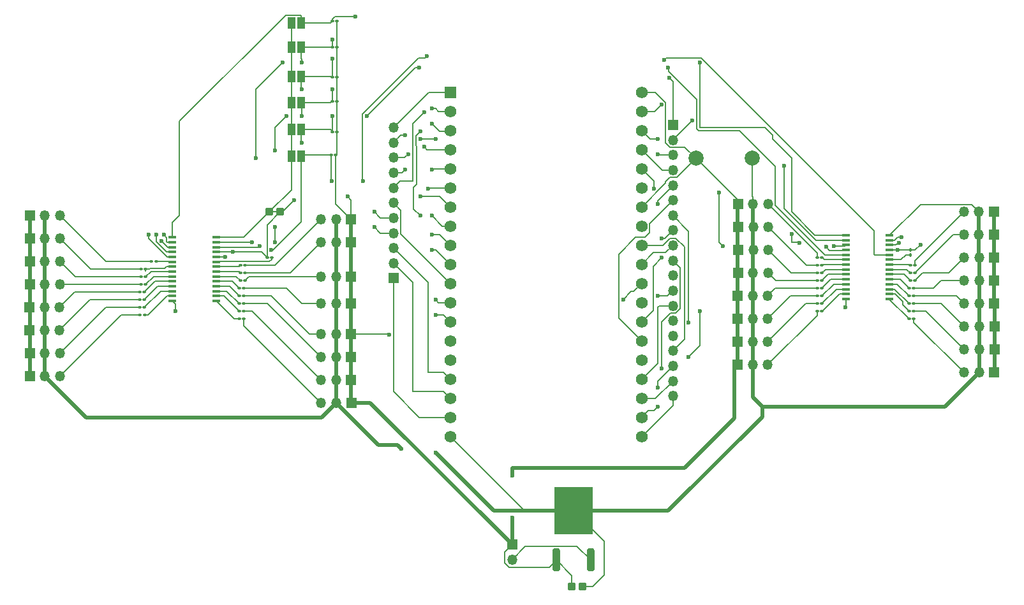
<source format=gbr>
%TF.GenerationSoftware,KiCad,Pcbnew,8.0.5*%
%TF.CreationDate,2024-11-24T13:45:08+01:00*%
%TF.ProjectId,navrh03,6e617672-6830-4332-9e6b-696361645f70,rev?*%
%TF.SameCoordinates,Original*%
%TF.FileFunction,Copper,L1,Top*%
%TF.FilePolarity,Positive*%
%FSLAX46Y46*%
G04 Gerber Fmt 4.6, Leading zero omitted, Abs format (unit mm)*
G04 Created by KiCad (PCBNEW 8.0.5) date 2024-11-24 13:45:08*
%MOMM*%
%LPD*%
G01*
G04 APERTURE LIST*
G04 Aperture macros list*
%AMRoundRect*
0 Rectangle with rounded corners*
0 $1 Rounding radius*
0 $2 $3 $4 $5 $6 $7 $8 $9 X,Y pos of 4 corners*
0 Add a 4 corners polygon primitive as box body*
4,1,4,$2,$3,$4,$5,$6,$7,$8,$9,$2,$3,0*
0 Add four circle primitives for the rounded corners*
1,1,$1+$1,$2,$3*
1,1,$1+$1,$4,$5*
1,1,$1+$1,$6,$7*
1,1,$1+$1,$8,$9*
0 Add four rect primitives between the rounded corners*
20,1,$1+$1,$2,$3,$4,$5,0*
20,1,$1+$1,$4,$5,$6,$7,0*
20,1,$1+$1,$6,$7,$8,$9,0*
20,1,$1+$1,$8,$9,$2,$3,0*%
G04 Aperture macros list end*
%TA.AperFunction,SMDPad,CuDef*%
%ADD10R,1.000000X1.500000*%
%TD*%
%TA.AperFunction,ComponentPad*%
%ADD11R,1.350000X1.350000*%
%TD*%
%TA.AperFunction,ComponentPad*%
%ADD12O,1.350000X1.350000*%
%TD*%
%TA.AperFunction,SMDPad,CuDef*%
%ADD13RoundRect,0.250000X-0.287500X-0.275000X0.287500X-0.275000X0.287500X0.275000X-0.287500X0.275000X0*%
%TD*%
%TA.AperFunction,SMDPad,CuDef*%
%ADD14RoundRect,0.100000X0.130000X0.100000X-0.130000X0.100000X-0.130000X-0.100000X0.130000X-0.100000X0*%
%TD*%
%TA.AperFunction,SMDPad,CuDef*%
%ADD15RoundRect,0.100000X-0.130000X-0.100000X0.130000X-0.100000X0.130000X0.100000X-0.130000X0.100000X0*%
%TD*%
%TA.AperFunction,SMDPad,CuDef*%
%ADD16RoundRect,0.100000X-0.100000X0.130000X-0.100000X-0.130000X0.100000X-0.130000X0.100000X0.130000X0*%
%TD*%
%TA.AperFunction,SMDPad,CuDef*%
%ADD17R,0.990600X0.304800*%
%TD*%
%TA.AperFunction,SMDPad,CuDef*%
%ADD18RoundRect,0.250000X0.287500X0.275000X-0.287500X0.275000X-0.287500X-0.275000X0.287500X-0.275000X0*%
%TD*%
%TA.AperFunction,ComponentPad*%
%ADD19C,2.000000*%
%TD*%
%TA.AperFunction,SMDPad,CuDef*%
%ADD20RoundRect,0.242500X-0.242500X-1.267500X0.242500X-1.267500X0.242500X1.267500X-0.242500X1.267500X0*%
%TD*%
%TA.AperFunction,SMDPad,CuDef*%
%ADD21R,5.090000X6.320000*%
%TD*%
%TA.AperFunction,ComponentPad*%
%ADD22R,1.560000X1.560000*%
%TD*%
%TA.AperFunction,ComponentPad*%
%ADD23C,1.560000*%
%TD*%
%TA.AperFunction,ViaPad*%
%ADD24C,0.600000*%
%TD*%
%TA.AperFunction,Conductor*%
%ADD25C,0.200000*%
%TD*%
%TA.AperFunction,Conductor*%
%ADD26C,0.500000*%
%TD*%
G04 APERTURE END LIST*
D10*
%TO.P,JP3,1,A*%
%TO.N,GND*%
X117022000Y-55149000D03*
%TO.P,JP3,2,B*%
%TO.N,A2*%
X118322000Y-55149000D03*
%TD*%
D11*
%TO.P,J2,1,Pin_1*%
%TO.N,GND*%
X146304000Y-117364000D03*
D12*
%TO.P,J2,2,Pin_2*%
%TO.N,Net-(J2-Pin_2)*%
X146304000Y-119364000D03*
%TD*%
D11*
%TO.P,J13R1,1,Pin_1*%
%TO.N,GND*%
X176276000Y-81280000D03*
D12*
%TO.P,J13R1,2,Pin_2*%
%TO.N,5.0V*%
X178276000Y-81280000D03*
%TO.P,J13R1,3,Pin_3*%
%TO.N,Net-(J13R1-Pin_3)*%
X180276000Y-81280000D03*
%TD*%
D13*
%TO.P,C2,1*%
%TO.N,GND*%
X114095500Y-73152000D03*
%TO.P,C2,2*%
X115520500Y-73152000D03*
%TD*%
D14*
%TO.P,R34,1*%
%TO.N,PWM1B*%
X97668000Y-80772000D03*
%TO.P,R34,2*%
%TO.N,Net-(J21-Pin_3)*%
X97028000Y-80772000D03*
%TD*%
D15*
%TO.P,R30,1*%
%TO.N,PWM13B*%
X110261000Y-82296000D03*
%TO.P,R30,2*%
%TO.N,Net-(J17-Pin_3)*%
X110901000Y-82296000D03*
%TD*%
%TO.P,R2,1*%
%TO.N,GND*%
X113792000Y-79248000D03*
%TO.P,R2,2*%
%TO.N,Net-(U1-Left1-#OE)*%
X114432000Y-79248000D03*
%TD*%
D11*
%TO.P,J24,1,Pin_1*%
%TO.N,GND*%
X82264000Y-85852000D03*
D12*
%TO.P,J24,2,Pin_2*%
%TO.N,5.0V*%
X84264000Y-85852000D03*
%TO.P,J24,3,Pin_3*%
%TO.N,Net-(J24-Pin_3)*%
X86264000Y-85852000D03*
%TD*%
D15*
%TO.P,R25,1*%
%TO.N,PWM8B*%
X110079000Y-87376000D03*
%TO.P,R25,2*%
%TO.N,Net-(J12-Pin_3)*%
X110719000Y-87376000D03*
%TD*%
%TO.P,R6,1*%
%TO.N,A2*%
X122453000Y-55308000D03*
%TO.P,R6,2*%
%TO.N,GND*%
X123093000Y-55308000D03*
%TD*%
D11*
%TO.P,J15R1,1,Pin_1*%
%TO.N,GND*%
X176244000Y-87376000D03*
D12*
%TO.P,J15R1,2,Pin_2*%
%TO.N,5.0V*%
X178244000Y-87376000D03*
%TO.P,J15R1,3,Pin_3*%
%TO.N,Net-(J15R1-Pin_3)*%
X180244000Y-87376000D03*
%TD*%
D15*
%TO.P,R15,1*%
%TO.N,PWM14*%
X199161000Y-81280000D03*
%TO.P,R15,2*%
%TO.N,Net-(J10-Pin_3)*%
X199801000Y-81280000D03*
%TD*%
%TO.P,R3,1*%
%TO.N,A5*%
X122290000Y-65560000D03*
%TO.P,R3,2*%
%TO.N,GND*%
X122930000Y-65560000D03*
%TD*%
D14*
%TO.P,R22,1*%
%TO.N,PWM5*%
X187427000Y-84328000D03*
%TO.P,R22,2*%
%TO.N,Net-(J15R1-Pin_3)*%
X186787000Y-84328000D03*
%TD*%
D15*
%TO.P,R7,1*%
%TO.N,A1*%
X122453000Y-51308000D03*
%TO.P,R7,2*%
%TO.N,GND*%
X123093000Y-51308000D03*
%TD*%
D14*
%TO.P,R23,1*%
%TO.N,PWM6*%
X187427000Y-85344000D03*
%TO.P,R23,2*%
%TO.N,Net-(J16R1-Pin_3)*%
X186787000Y-85344000D03*
%TD*%
D11*
%TO.P,J19,1,Pin_1*%
%TO.N,GND*%
X124936000Y-74168000D03*
D12*
%TO.P,J19,2,Pin_2*%
%TO.N,5.0V*%
X122936000Y-74168000D03*
%TO.P,J19,3,Pin_3*%
%TO.N,Net-(J19-Pin_3)*%
X120936000Y-74168000D03*
%TD*%
D15*
%TO.P,R4,1*%
%TO.N,A4*%
X122453000Y-62512000D03*
%TO.P,R4,2*%
%TO.N,GND*%
X123093000Y-62512000D03*
%TD*%
D10*
%TO.P,JP6,1,A*%
%TO.N,GND*%
X117022000Y-65799000D03*
%TO.P,JP6,2,B*%
%TO.N,A5*%
X118322000Y-65799000D03*
%TD*%
D14*
%TO.P,R17,1*%
%TO.N,PWM0*%
X187427000Y-79248000D03*
%TO.P,R17,2*%
%TO.N,Net-(J10R1-Pin_3)*%
X186787000Y-79248000D03*
%TD*%
D11*
%TO.P,J14R1,1,Pin_1*%
%TO.N,GND*%
X176244000Y-84328000D03*
D12*
%TO.P,J14R1,2,Pin_2*%
%TO.N,5.0V*%
X178244000Y-84328000D03*
%TO.P,J14R1,3,Pin_3*%
%TO.N,Net-(J14R1-Pin_3)*%
X180244000Y-84328000D03*
%TD*%
D11*
%TO.P,J25,1,Pin_1*%
%TO.N,GND*%
X82264000Y-88900000D03*
D12*
%TO.P,J25,2,Pin_2*%
%TO.N,5.0V*%
X84264000Y-88900000D03*
%TO.P,J25,3,Pin_3*%
%TO.N,Net-(J25-Pin_3)*%
X86264000Y-88900000D03*
%TD*%
D10*
%TO.P,JP5,1,A*%
%TO.N,GND*%
X117022000Y-62249000D03*
%TO.P,JP5,2,B*%
%TO.N,A4*%
X118322000Y-62249000D03*
%TD*%
D15*
%TO.P,R8J1,1*%
%TO.N,A0*%
X122453000Y-47808000D03*
%TO.P,R8J1,2*%
%TO.N,GND*%
X123093000Y-47808000D03*
%TD*%
D11*
%TO.P,J18,1,Pin_1*%
%TO.N,GND*%
X124936000Y-77216000D03*
D12*
%TO.P,J18,2,Pin_2*%
%TO.N,5.0V*%
X122936000Y-77216000D03*
%TO.P,J18,3,Pin_3*%
%TO.N,Net-(J18-Pin_3)*%
X120936000Y-77216000D03*
%TD*%
D11*
%TO.P,J12,1,Pin_1*%
%TO.N,GND*%
X124968000Y-98552000D03*
D12*
%TO.P,J12,2,Pin_2*%
%TO.N,5.0V*%
X122968000Y-98552000D03*
%TO.P,J12,3,Pin_3*%
%TO.N,Net-(J12-Pin_3)*%
X120968000Y-98552000D03*
%TD*%
D15*
%TO.P,R26,1*%
%TO.N,PWM9B*%
X110079000Y-86360000D03*
%TO.P,R26,2*%
%TO.N,Net-(J13-Pin_3)*%
X110719000Y-86360000D03*
%TD*%
%TO.P,R32,1*%
%TO.N,PWM15B*%
X110261000Y-80264000D03*
%TO.P,R32,2*%
%TO.N,Net-(J19-Pin_3)*%
X110901000Y-80264000D03*
%TD*%
%TO.P,R5,1*%
%TO.N,A3*%
X122453000Y-58448000D03*
%TO.P,R5,2*%
%TO.N,GND*%
X123093000Y-58448000D03*
%TD*%
%TO.P,R31,1*%
%TO.N,PWM14B*%
X110261000Y-81280000D03*
%TO.P,R31,2*%
%TO.N,Net-(J18-Pin_3)*%
X110901000Y-81280000D03*
%TD*%
D14*
%TO.P,R19,1*%
%TO.N,PWM2*%
X187427000Y-81280000D03*
%TO.P,R19,2*%
%TO.N,Net-(J12R1-Pin_3)*%
X186787000Y-81280000D03*
%TD*%
D11*
%TO.P,J22,1,Pin_1*%
%TO.N,GND*%
X82296000Y-79756000D03*
D12*
%TO.P,J22,2,Pin_2*%
%TO.N,5.0V*%
X84296000Y-79756000D03*
%TO.P,J22,3,Pin_3*%
%TO.N,Net-(J22-Pin_3)*%
X86296000Y-79756000D03*
%TD*%
D14*
%TO.P,R40,1*%
%TO.N,PWM7B*%
X97536000Y-86868000D03*
%TO.P,R40,2*%
%TO.N,Net-(J27-Pin_3)*%
X96896000Y-86868000D03*
%TD*%
D11*
%TO.P,J3,1,Pin_1*%
%TO.N,Net-(J3-Pin_1)*%
X167640000Y-61628000D03*
D12*
%TO.P,J3,2,Pin_2*%
%TO.N,Net-(J3-Pin_2)*%
X167640000Y-63628000D03*
%TO.P,J3,3,Pin_3*%
%TO.N,Net-(J3-Pin_3)*%
X167640000Y-65628000D03*
%TO.P,J3,4,Pin_4*%
%TO.N,Net-(J3-Pin_4)*%
X167640000Y-67628000D03*
%TO.P,J3,5,Pin_5*%
%TO.N,Net-(J3-Pin_5)*%
X167640000Y-69628000D03*
%TO.P,J3,6,Pin_6*%
%TO.N,Net-(J3-Pin_6)*%
X167640000Y-71628000D03*
%TO.P,J3,7,Pin_7*%
%TO.N,Net-(J3-Pin_7)*%
X167640000Y-73628000D03*
%TO.P,J3,8,Pin_8*%
%TO.N,Net-(J3-Pin_8)*%
X167640000Y-75628000D03*
%TO.P,J3,9,Pin_9*%
%TO.N,Net-(J3-Pin_9)*%
X167640000Y-77628000D03*
%TO.P,J3,10,Pin_10*%
%TO.N,Net-(J3-Pin_10)*%
X167640000Y-79628000D03*
%TO.P,J3,11,Pin_11*%
%TO.N,Net-(J3-Pin_11)*%
X167640000Y-81628000D03*
%TO.P,J3,12,Pin_12*%
%TO.N,Net-(J3-Pin_12)*%
X167640000Y-83628000D03*
%TO.P,J3,13,Pin_13*%
%TO.N,Net-(J3-Pin_13)*%
X167640000Y-85628000D03*
%TO.P,J3,14,Pin_14*%
%TO.N,Net-(J3-Pin_14)*%
X167640000Y-87628000D03*
%TO.P,J3,15,Pin_15*%
%TO.N,Net-(J3-Pin_15)*%
X167640000Y-89628000D03*
%TO.P,J3,16,Pin_16*%
%TO.N,Net-(J3-Pin_16)*%
X167640000Y-91628000D03*
%TO.P,J3,17,Pin_17*%
%TO.N,Net-(J3-Pin_17)*%
X167640000Y-93628000D03*
%TO.P,J3,18,Pin_18*%
%TO.N,Net-(J3-Pin_18)*%
X167640000Y-95628000D03*
%TO.P,J3,19,Pin_19*%
%TO.N,Net-(J3-Pin_19)*%
X167640000Y-97628000D03*
%TD*%
D11*
%TO.P,J20,1,Pin_1*%
%TO.N,GND*%
X82296000Y-73660000D03*
D12*
%TO.P,J20,2,Pin_2*%
%TO.N,5.0V*%
X84296000Y-73660000D03*
%TO.P,J20,3,Pin_3*%
%TO.N,Net-(J20-Pin_3)*%
X86296000Y-73660000D03*
%TD*%
D11*
%TO.P,J4,1,Pin_1*%
%TO.N,GND*%
X210280000Y-94488000D03*
D12*
%TO.P,J4,2,Pin_2*%
%TO.N,5.0V*%
X208280000Y-94488000D03*
%TO.P,J4,3,Pin_3*%
%TO.N,Net-(J4-Pin_3)*%
X206280000Y-94488000D03*
%TD*%
D11*
%TO.P,J23,1,Pin_1*%
%TO.N,GND*%
X82296000Y-82804000D03*
D12*
%TO.P,J23,2,Pin_2*%
%TO.N,5.0V*%
X84296000Y-82804000D03*
%TO.P,J23,3,Pin_3*%
%TO.N,Net-(J23-Pin_3)*%
X86296000Y-82804000D03*
%TD*%
D15*
%TO.P,R28,1*%
%TO.N,PWM11B*%
X110079000Y-84328000D03*
%TO.P,R28,2*%
%TO.N,Net-(J15-Pin_3)*%
X110719000Y-84328000D03*
%TD*%
D11*
%TO.P,J7,1,Pin_1*%
%TO.N,GND*%
X210280000Y-85344000D03*
D12*
%TO.P,J7,2,Pin_2*%
%TO.N,5.0V*%
X208280000Y-85344000D03*
%TO.P,J7,3,Pin_3*%
%TO.N,Net-(J7-Pin_3)*%
X206280000Y-85344000D03*
%TD*%
D10*
%TO.P,JP1,1,A*%
%TO.N,GND*%
X117022000Y-48049000D03*
%TO.P,JP1,2,B*%
%TO.N,A0*%
X118322000Y-48049000D03*
%TD*%
D14*
%TO.P,R37,1*%
%TO.N,PWM4B*%
X97511000Y-83820000D03*
%TO.P,R37,2*%
%TO.N,Net-(J24-Pin_3)*%
X96871000Y-83820000D03*
%TD*%
D16*
%TO.P,R1,1*%
%TO.N,GND*%
X199136000Y-78257000D03*
%TO.P,R1,2*%
%TO.N,Net-(U2-#OE)*%
X199136000Y-78897000D03*
%TD*%
D11*
%TO.P,J10,1,Pin_1*%
%TO.N,GND*%
X210248000Y-76200000D03*
D12*
%TO.P,J10,2,Pin_2*%
%TO.N,5.0V*%
X208248000Y-76200000D03*
%TO.P,J10,3,Pin_3*%
%TO.N,Net-(J10-Pin_3)*%
X206248000Y-76200000D03*
%TD*%
D11*
%TO.P,J13,1,Pin_1*%
%TO.N,GND*%
X124936000Y-95504000D03*
D12*
%TO.P,J13,2,Pin_2*%
%TO.N,5.0V*%
X122936000Y-95504000D03*
%TO.P,J13,3,Pin_3*%
%TO.N,Net-(J13-Pin_3)*%
X120936000Y-95504000D03*
%TD*%
D11*
%TO.P,J10R1,1,Pin_1*%
%TO.N,GND*%
X176276000Y-72136000D03*
D12*
%TO.P,J10R1,2,Pin_2*%
%TO.N,5.0V*%
X178276000Y-72136000D03*
%TO.P,J10R1,3,Pin_3*%
%TO.N,Net-(J10R1-Pin_3)*%
X180276000Y-72136000D03*
%TD*%
D11*
%TO.P,J26,1,Pin_1*%
%TO.N,GND*%
X82296000Y-91948000D03*
D12*
%TO.P,J26,2,Pin_2*%
%TO.N,5.0V*%
X84296000Y-91948000D03*
%TO.P,J26,3,Pin_3*%
%TO.N,Net-(J26-Pin_3)*%
X86296000Y-91948000D03*
%TD*%
D11*
%TO.P,J16R1,1,Pin_1*%
%TO.N,GND*%
X176244000Y-90424000D03*
D12*
%TO.P,J16R1,2,Pin_2*%
%TO.N,5.0V*%
X178244000Y-90424000D03*
%TO.P,J16R1,3,Pin_3*%
%TO.N,Net-(J16R1-Pin_3)*%
X180244000Y-90424000D03*
%TD*%
D15*
%TO.P,R8,1*%
%TO.N,PWM8*%
X198979000Y-87376000D03*
%TO.P,R8,2*%
%TO.N,Net-(J4-Pin_3)*%
X199619000Y-87376000D03*
%TD*%
D14*
%TO.P,R21,1*%
%TO.N,PWM4*%
X187427000Y-83312000D03*
%TO.P,R21,2*%
%TO.N,Net-(J14R1-Pin_3)*%
X186787000Y-83312000D03*
%TD*%
D15*
%TO.P,R13,1*%
%TO.N,PWM12*%
X198979000Y-83312000D03*
%TO.P,R13,2*%
%TO.N,Net-(J8-Pin_3)*%
X199619000Y-83312000D03*
%TD*%
D14*
%TO.P,R39,1*%
%TO.N,PWM6B*%
X97511000Y-85852000D03*
%TO.P,R39,2*%
%TO.N,Net-(J26-Pin_3)*%
X96871000Y-85852000D03*
%TD*%
D11*
%TO.P,J14,1,Pin_1*%
%TO.N,GND*%
X124936000Y-92456000D03*
D12*
%TO.P,J14,2,Pin_2*%
%TO.N,5.0V*%
X122936000Y-92456000D03*
%TO.P,J14,3,Pin_3*%
%TO.N,Net-(J14-Pin_3)*%
X120936000Y-92456000D03*
%TD*%
D11*
%TO.P,J12R1,1,Pin_1*%
%TO.N,GND*%
X176308000Y-78232000D03*
D12*
%TO.P,J12R1,2,Pin_2*%
%TO.N,5.0V*%
X178308000Y-78232000D03*
%TO.P,J12R1,3,Pin_3*%
%TO.N,Net-(J12R1-Pin_3)*%
X180308000Y-78232000D03*
%TD*%
D14*
%TO.P,R35,1*%
%TO.N,PWM2B*%
X97693000Y-81788000D03*
%TO.P,R35,2*%
%TO.N,Net-(J22-Pin_3)*%
X97053000Y-81788000D03*
%TD*%
%TO.P,R36,1*%
%TO.N,PWM3B*%
X97693000Y-82804000D03*
%TO.P,R36,2*%
%TO.N,Net-(J23-Pin_3)*%
X97053000Y-82804000D03*
%TD*%
D15*
%TO.P,R12,1*%
%TO.N,PWM11*%
X198979000Y-84328000D03*
%TO.P,R12,2*%
%TO.N,Net-(J7-Pin_3)*%
X199619000Y-84328000D03*
%TD*%
%TO.P,R10,1*%
%TO.N,PWM9*%
X198979000Y-86360000D03*
%TO.P,R10,2*%
%TO.N,Net-(J5-Pin_3)*%
X199619000Y-86360000D03*
%TD*%
D14*
%TO.P,R38,1*%
%TO.N,PWM5B*%
X97511000Y-84836000D03*
%TO.P,R38,2*%
%TO.N,Net-(J25-Pin_3)*%
X96871000Y-84836000D03*
%TD*%
D17*
%TO.P,U2,1,A0*%
%TO.N,A0*%
X190582200Y-76275000D03*
%TO.P,U2,2,A1*%
%TO.N,A1*%
X190582200Y-76925000D03*
%TO.P,U2,3,A2*%
%TO.N,A2*%
X190582200Y-77575000D03*
%TO.P,U2,4,A3*%
%TO.N,A3*%
X190582200Y-78225000D03*
%TO.P,U2,5,A4*%
%TO.N,A4*%
X190582200Y-78875000D03*
%TO.P,U2,6,PWM0*%
%TO.N,PWM0*%
X190582200Y-79525000D03*
%TO.P,U2,7,PWM1*%
%TO.N,PWM1*%
X190582200Y-80175000D03*
%TO.P,U2,8,PWM2*%
%TO.N,PWM2*%
X190582200Y-80825000D03*
%TO.P,U2,9,PWM3*%
%TO.N,PWM3*%
X190582200Y-81475000D03*
%TO.P,U2,10,PWM4*%
%TO.N,PWM4*%
X190582200Y-82125000D03*
%TO.P,U2,11,PWM5*%
%TO.N,PWM5*%
X190582200Y-82775000D03*
%TO.P,U2,12,PWM6*%
%TO.N,PWM6*%
X190582200Y-83425000D03*
%TO.P,U2,13,PWM7*%
%TO.N,PWM7*%
X190582200Y-84075000D03*
%TO.P,U2,14,GND*%
%TO.N,GND*%
X190582200Y-84725000D03*
%TO.P,U2,15,PWM8*%
%TO.N,PWM8*%
X196417800Y-84725000D03*
%TO.P,U2,16,PWM9*%
%TO.N,PWM9*%
X196417800Y-84075000D03*
%TO.P,U2,17,PWM10*%
%TO.N,PWM10*%
X196417800Y-83425000D03*
%TO.P,U2,18,PWM11*%
%TO.N,PWM11*%
X196417800Y-82775000D03*
%TO.P,U2,19,PWM12*%
%TO.N,PWM12*%
X196417800Y-82125000D03*
%TO.P,U2,20,PWM13*%
%TO.N,PWM13*%
X196417800Y-81475000D03*
%TO.P,U2,21,PWM14*%
%TO.N,PWM14*%
X196417800Y-80825000D03*
%TO.P,U2,22,PWM15*%
%TO.N,PWM15*%
X196417800Y-80175000D03*
%TO.P,U2,23,#OE*%
%TO.N,Net-(U2-#OE)*%
X196417800Y-79525000D03*
%TO.P,U2,24,A5*%
%TO.N,A5*%
X196417800Y-78875000D03*
%TO.P,U2,25,EXTCLK*%
%TO.N,GND*%
X196417800Y-78225000D03*
%TO.P,U2,26,SCL*%
%TO.N,SCL1*%
X196417800Y-77575000D03*
%TO.P,U2,27,SDA*%
%TO.N,SDA1*%
X196417800Y-76925000D03*
%TO.P,U2,28,VDD*%
%TO.N,5.0V*%
X196417800Y-76275000D03*
%TD*%
D15*
%TO.P,R27,1*%
%TO.N,PWM10B*%
X110079000Y-85344000D03*
%TO.P,R27,2*%
%TO.N,Net-(J14-Pin_3)*%
X110719000Y-85344000D03*
%TD*%
%TO.P,R29,1*%
%TO.N,PWM12B*%
X110079000Y-83312000D03*
%TO.P,R29,2*%
%TO.N,Net-(J16-Pin_3)*%
X110719000Y-83312000D03*
%TD*%
D18*
%TO.P,C3,1*%
%TO.N,5.0V*%
X155652500Y-122936000D03*
%TO.P,C3,2*%
%TO.N,GND*%
X154227500Y-122936000D03*
%TD*%
D14*
%TO.P,R18,1*%
%TO.N,PWM1*%
X187427000Y-80264000D03*
%TO.P,R18,2*%
%TO.N,Net-(J11R1-Pin_3)*%
X186787000Y-80264000D03*
%TD*%
D11*
%TO.P,J17R1,1,Pin_1*%
%TO.N,GND*%
X176244000Y-93472000D03*
D12*
%TO.P,J17R1,2,Pin_2*%
%TO.N,5.0V*%
X178244000Y-93472000D03*
%TO.P,J17R1,3,Pin_3*%
%TO.N,Net-(J17R1-Pin_3)*%
X180244000Y-93472000D03*
%TD*%
D11*
%TO.P,J5,1,Pin_1*%
%TO.N,GND*%
X210312000Y-91440000D03*
D12*
%TO.P,J5,2,Pin_2*%
%TO.N,5.0V*%
X208312000Y-91440000D03*
%TO.P,J5,3,Pin_3*%
%TO.N,Net-(J5-Pin_3)*%
X206312000Y-91440000D03*
%TD*%
D14*
%TO.P,R33,1*%
%TO.N,PWM0B*%
X99060000Y-79756000D03*
%TO.P,R33,2*%
%TO.N,Net-(J20-Pin_3)*%
X98420000Y-79756000D03*
%TD*%
D10*
%TO.P,JP4,1,A*%
%TO.N,GND*%
X117022000Y-58699000D03*
%TO.P,JP4,2,B*%
%TO.N,A3*%
X118322000Y-58699000D03*
%TD*%
D11*
%TO.P,J11R1,1,Pin_1*%
%TO.N,GND*%
X176308000Y-75184000D03*
D12*
%TO.P,J11R1,2,Pin_2*%
%TO.N,5.0V*%
X178308000Y-75184000D03*
%TO.P,J11R1,3,Pin_3*%
%TO.N,Net-(J11R1-Pin_3)*%
X180308000Y-75184000D03*
%TD*%
D11*
%TO.P,J15,1,Pin_1*%
%TO.N,GND*%
X124936000Y-89408000D03*
D12*
%TO.P,J15,2,Pin_2*%
%TO.N,5.0V*%
X122936000Y-89408000D03*
%TO.P,J15,3,Pin_3*%
%TO.N,Net-(J15-Pin_3)*%
X120936000Y-89408000D03*
%TD*%
D11*
%TO.P,J6,1,Pin_1*%
%TO.N,GND*%
X210312000Y-88392000D03*
D12*
%TO.P,J6,2,Pin_2*%
%TO.N,5.0V*%
X208312000Y-88392000D03*
%TO.P,J6,3,Pin_3*%
%TO.N,Net-(J6-Pin_3)*%
X206312000Y-88392000D03*
%TD*%
D15*
%TO.P,R16,1*%
%TO.N,PWM15*%
X199136000Y-80264000D03*
%TO.P,R16,2*%
%TO.N,Net-(J11-Pin_3)*%
X199776000Y-80264000D03*
%TD*%
%TO.P,R14,1*%
%TO.N,PWM13*%
X199136000Y-82296000D03*
%TO.P,R14,2*%
%TO.N,Net-(J9-Pin_3)*%
X199776000Y-82296000D03*
%TD*%
D14*
%TO.P,R24,1*%
%TO.N,PWM7*%
X187427000Y-86360000D03*
%TO.P,R24,2*%
%TO.N,Net-(J17R1-Pin_3)*%
X186787000Y-86360000D03*
%TD*%
D15*
%TO.P,R11,1*%
%TO.N,PWM10*%
X198979000Y-85344000D03*
%TO.P,R11,2*%
%TO.N,Net-(J6-Pin_3)*%
X199619000Y-85344000D03*
%TD*%
D11*
%TO.P,J17,1,Pin_1*%
%TO.N,GND*%
X124936000Y-81788000D03*
D12*
%TO.P,J17,2,Pin_2*%
%TO.N,5.0V*%
X122936000Y-81788000D03*
%TO.P,J17,3,Pin_3*%
%TO.N,Net-(J17-Pin_3)*%
X120936000Y-81788000D03*
%TD*%
D11*
%TO.P,J28,1,Pin_1*%
%TO.N,Net-(J28-Pin_1)*%
X130556000Y-81976000D03*
D12*
%TO.P,J28,2,Pin_2*%
%TO.N,Net-(J28-Pin_2)*%
X130556000Y-79976000D03*
%TO.P,J28,3,Pin_3*%
%TO.N,Net-(J28-Pin_3)*%
X130556000Y-77976000D03*
%TO.P,J28,4,Pin_4*%
%TO.N,Net-(J28-Pin_4)*%
X130556000Y-75976000D03*
%TO.P,J28,5,Pin_5*%
%TO.N,Net-(J28-Pin_5)*%
X130556000Y-73976000D03*
%TO.P,J28,6,Pin_6*%
%TO.N,Net-(J28-Pin_6)*%
X130556000Y-71976000D03*
%TO.P,J28,7,Pin_7*%
%TO.N,Net-(J28-Pin_7)*%
X130556000Y-69976000D03*
%TO.P,J28,8,Pin_8*%
%TO.N,Net-(J28-Pin_8)*%
X130556000Y-67976000D03*
%TO.P,J28,9,Pin_9*%
%TO.N,Net-(J28-Pin_9)*%
X130556000Y-65976000D03*
%TO.P,J28,10,Pin_10*%
%TO.N,Net-(J28-Pin_10)*%
X130556000Y-63976000D03*
%TO.P,J28,11,Pin_11*%
%TO.N,unconnected-(J28-Pin_11-Pad11)*%
X130556000Y-61976000D03*
%TD*%
D11*
%TO.P,J27,1,Pin_1*%
%TO.N,GND*%
X82296000Y-94996000D03*
D12*
%TO.P,J27,2,Pin_2*%
%TO.N,5.0V*%
X84296000Y-94996000D03*
%TO.P,J27,3,Pin_3*%
%TO.N,Net-(J27-Pin_3)*%
X86296000Y-94996000D03*
%TD*%
D19*
%TO.P,C1,1*%
%TO.N,5.0V*%
X178188000Y-66040000D03*
%TO.P,C1,2*%
%TO.N,GND*%
X170688000Y-66040000D03*
%TD*%
D11*
%TO.P,J8,1,Pin_1*%
%TO.N,GND*%
X210280000Y-82296000D03*
D12*
%TO.P,J8,2,Pin_2*%
%TO.N,5.0V*%
X208280000Y-82296000D03*
%TO.P,J8,3,Pin_3*%
%TO.N,Net-(J8-Pin_3)*%
X206280000Y-82296000D03*
%TD*%
D10*
%TO.P,JP2,1,A*%
%TO.N,GND*%
X117022000Y-51308000D03*
%TO.P,JP2,2,B*%
%TO.N,A1*%
X118322000Y-51308000D03*
%TD*%
D11*
%TO.P,J9,1,Pin_1*%
%TO.N,GND*%
X210280000Y-79248000D03*
D12*
%TO.P,J9,2,Pin_2*%
%TO.N,5.0V*%
X208280000Y-79248000D03*
%TO.P,J9,3,Pin_3*%
%TO.N,Net-(J9-Pin_3)*%
X206280000Y-79248000D03*
%TD*%
D11*
%TO.P,J11,1,Pin_1*%
%TO.N,GND*%
X210248000Y-73152000D03*
D12*
%TO.P,J11,2,Pin_2*%
%TO.N,5.0V*%
X208248000Y-73152000D03*
%TO.P,J11,3,Pin_3*%
%TO.N,Net-(J11-Pin_3)*%
X206248000Y-73152000D03*
%TD*%
D20*
%TO.P,Q1,1*%
%TO.N,GND*%
X152146000Y-119406000D03*
%TO.P,Q1,3*%
%TO.N,Net-(J2-Pin_2)*%
X156718000Y-119406000D03*
D21*
%TO.P,Q1,4*%
%TO.N,5.0V*%
X154432000Y-112876000D03*
%TD*%
D14*
%TO.P,R20,1*%
%TO.N,PWM3*%
X187427000Y-82296000D03*
%TO.P,R20,2*%
%TO.N,Net-(J13R1-Pin_3)*%
X186787000Y-82296000D03*
%TD*%
D11*
%TO.P,J21,1,Pin_1*%
%TO.N,GND*%
X82296000Y-76708000D03*
D12*
%TO.P,J21,2,Pin_2*%
%TO.N,5.0V*%
X84296000Y-76708000D03*
%TO.P,J21,3,Pin_3*%
%TO.N,Net-(J21-Pin_3)*%
X86296000Y-76708000D03*
%TD*%
D22*
%TO.P,U3,1,3V3*%
%TO.N,unconnected-(J28-Pin_11-Pad11)*%
X138100000Y-57300000D03*
D23*
%TO.P,U3,2,EN*%
%TO.N,Net-(J3-Pin_1)*%
X138100000Y-59840000D03*
%TO.P,U3,3,VP*%
%TO.N,Net-(J3-Pin_2)*%
X138100000Y-62380000D03*
%TO.P,U3,4,VN*%
%TO.N,Net-(J3-Pin_3)*%
X138100000Y-64920000D03*
%TO.P,U3,5,34*%
%TO.N,Net-(J28-Pin_5)*%
X138100000Y-67460000D03*
%TO.P,U3,6,35*%
%TO.N,Net-(J28-Pin_4)*%
X138100000Y-70000000D03*
%TO.P,U3,7,32*%
%TO.N,SDA1*%
X138100000Y-72540000D03*
%TO.P,U3,8,33*%
%TO.N,SCL1*%
X138100000Y-75080000D03*
%TO.P,U3,9,25*%
%TO.N,SDA0*%
X138100000Y-77620000D03*
%TO.P,U3,10,26*%
%TO.N,SCL0*%
X138100000Y-80160000D03*
%TO.P,U3,11,27*%
%TO.N,Net-(J28-Pin_6)*%
X138100000Y-82700000D03*
%TO.P,U3,12,14*%
%TO.N,Net-(J3-Pin_12)*%
X138100000Y-85240000D03*
%TO.P,U3,13,12*%
%TO.N,Net-(J3-Pin_10)*%
X138100000Y-87780000D03*
%TO.P,U3,14,GND*%
%TO.N,GND*%
X138100000Y-90320000D03*
%TO.P,U3,15,13*%
%TO.N,Net-(J3-Pin_11)*%
X138100000Y-92860000D03*
%TO.P,U3,16,D2*%
%TO.N,Net-(J28-Pin_3)*%
X138100000Y-95400000D03*
%TO.P,U3,17,D3*%
%TO.N,Net-(J28-Pin_2)*%
X138100000Y-97940000D03*
%TO.P,U3,18,CMD*%
%TO.N,Net-(J28-Pin_1)*%
X138100000Y-100480000D03*
%TO.P,U3,19,5V*%
%TO.N,5.0V*%
X138100000Y-103020000D03*
%TO.P,U3,20,GND*%
%TO.N,GND*%
X163500000Y-57300000D03*
%TO.P,U3,21,23*%
%TO.N,Net-(J28-Pin_7)*%
X163500000Y-59840000D03*
%TO.P,U3,22,22*%
%TO.N,Net-(J28-Pin_8)*%
X163500000Y-62380000D03*
%TO.P,U3,23,TX*%
%TO.N,Net-(J3-Pin_4)*%
X163500000Y-64920000D03*
%TO.P,U3,24,RX*%
%TO.N,Net-(J3-Pin_5)*%
X163500000Y-67460000D03*
%TO.P,U3,25,21*%
%TO.N,Net-(J28-Pin_9)*%
X163500000Y-70000000D03*
%TO.P,U3,26,GND*%
%TO.N,GND*%
X163500000Y-72540000D03*
%TO.P,U3,27,19*%
%TO.N,Net-(J28-Pin_10)*%
X163500000Y-75080000D03*
%TO.P,U3,28,18*%
%TO.N,Net-(J3-Pin_16)*%
X163500000Y-77620000D03*
%TO.P,U3,29,5*%
%TO.N,Net-(J3-Pin_9)*%
X163500000Y-80160000D03*
%TO.P,U3,30,17*%
%TO.N,Net-(J3-Pin_15)*%
X163500000Y-82700000D03*
%TO.P,U3,31,16*%
%TO.N,Net-(J3-Pin_14)*%
X163500000Y-85240000D03*
%TO.P,U3,32,4*%
%TO.N,Net-(J3-Pin_8)*%
X163500000Y-87780000D03*
%TO.P,U3,33,0*%
%TO.N,Net-(J3-Pin_6)*%
X163500000Y-90320000D03*
%TO.P,U3,34,2*%
%TO.N,Net-(J3-Pin_7)*%
X163500000Y-92860000D03*
%TO.P,U3,35,15*%
%TO.N,Net-(J3-Pin_13)*%
X163500000Y-95400000D03*
%TO.P,U3,36,D1*%
%TO.N,Net-(J3-Pin_18)*%
X163500000Y-97940000D03*
%TO.P,U3,37,D0*%
%TO.N,Net-(J3-Pin_17)*%
X163500000Y-100480000D03*
%TO.P,U3,38,CLK*%
%TO.N,Net-(J3-Pin_19)*%
X163500000Y-103020000D03*
%TD*%
D17*
%TO.P,U1-Left1,1,A0*%
%TO.N,A0*%
X101222200Y-76547000D03*
%TO.P,U1-Left1,2,A1*%
%TO.N,A1*%
X101222200Y-77197000D03*
%TO.P,U1-Left1,3,A2*%
%TO.N,A2*%
X101222200Y-77847000D03*
%TO.P,U1-Left1,4,A3*%
%TO.N,A3*%
X101222200Y-78497000D03*
%TO.P,U1-Left1,5,A4*%
%TO.N,A4*%
X101222200Y-79147000D03*
%TO.P,U1-Left1,6,PWM0*%
%TO.N,PWM0B*%
X101222200Y-79797000D03*
%TO.P,U1-Left1,7,PWM1*%
%TO.N,PWM1B*%
X101222200Y-80447000D03*
%TO.P,U1-Left1,8,PWM2*%
%TO.N,PWM2B*%
X101222200Y-81097000D03*
%TO.P,U1-Left1,9,PWM3*%
%TO.N,PWM3B*%
X101222200Y-81747000D03*
%TO.P,U1-Left1,10,PWM4*%
%TO.N,PWM4B*%
X101222200Y-82397000D03*
%TO.P,U1-Left1,11,PWM5*%
%TO.N,PWM5B*%
X101222200Y-83047000D03*
%TO.P,U1-Left1,12,PWM6*%
%TO.N,PWM6B*%
X101222200Y-83697000D03*
%TO.P,U1-Left1,13,PWM7*%
%TO.N,PWM7B*%
X101222200Y-84347000D03*
%TO.P,U1-Left1,14,GND*%
%TO.N,GND*%
X101222200Y-84997000D03*
%TO.P,U1-Left1,15,PWM8*%
%TO.N,PWM8B*%
X107057800Y-84997000D03*
%TO.P,U1-Left1,16,PWM9*%
%TO.N,PWM9B*%
X107057800Y-84347000D03*
%TO.P,U1-Left1,17,PWM10*%
%TO.N,PWM10B*%
X107057800Y-83697000D03*
%TO.P,U1-Left1,18,PWM11*%
%TO.N,PWM11B*%
X107057800Y-83047000D03*
%TO.P,U1-Left1,19,PWM12*%
%TO.N,PWM12B*%
X107057800Y-82397000D03*
%TO.P,U1-Left1,20,PWM13*%
%TO.N,PWM13B*%
X107057800Y-81747000D03*
%TO.P,U1-Left1,21,PWM14*%
%TO.N,PWM14B*%
X107057800Y-81097000D03*
%TO.P,U1-Left1,22,PWM15*%
%TO.N,PWM15B*%
X107057800Y-80447000D03*
%TO.P,U1-Left1,23,#OE*%
%TO.N,Net-(U1-Left1-#OE)*%
X107057800Y-79797000D03*
%TO.P,U1-Left1,24,A5*%
%TO.N,A5*%
X107057800Y-79147000D03*
%TO.P,U1-Left1,25,EXTCLK*%
%TO.N,GND*%
X107057800Y-78497000D03*
%TO.P,U1-Left1,26,SCL*%
%TO.N,SCL0*%
X107057800Y-77847000D03*
%TO.P,U1-Left1,27,SDA*%
%TO.N,SDA0*%
X107057800Y-77197000D03*
%TO.P,U1-Left1,28,VDD*%
%TO.N,GND*%
X107057800Y-76547000D03*
%TD*%
D11*
%TO.P,J16,1,Pin_1*%
%TO.N,GND*%
X124936000Y-85344000D03*
D12*
%TO.P,J16,2,Pin_2*%
%TO.N,5.0V*%
X122936000Y-85344000D03*
%TO.P,J16,3,Pin_3*%
%TO.N,Net-(J16-Pin_3)*%
X120936000Y-85344000D03*
%TD*%
D24*
%TO.N,GND*%
X200500000Y-77500000D03*
X146304000Y-113792000D03*
X109220000Y-78497000D03*
X124460000Y-71120000D03*
X146304000Y-108204000D03*
X129976000Y-89500000D03*
X101600000Y-86360000D03*
X117348000Y-71628000D03*
X197500000Y-78257000D03*
X190500000Y-85852000D03*
%TO.N,5.0V*%
X136144000Y-105156000D03*
X131572000Y-104648000D03*
%TO.N,Net-(J3-Pin_2)*%
X170180000Y-60998000D03*
X135636000Y-61468000D03*
%TO.N,Net-(J3-Pin_3)*%
X165608000Y-65532000D03*
X134620000Y-64516000D03*
%TO.N,Net-(J3-Pin_1)*%
X135636000Y-59436000D03*
X167132000Y-55372000D03*
%TO.N,A0*%
X125476000Y-47244000D03*
X171196000Y-53340000D03*
%TO.N,A1*%
X182372000Y-67056000D03*
X115824000Y-53340000D03*
X100076000Y-76200000D03*
X122428000Y-50292000D03*
X112268000Y-66040000D03*
X118364000Y-53340000D03*
%TO.N,A2*%
X183388000Y-76093000D03*
X184404000Y-77253000D03*
X99798566Y-77061020D03*
X188976000Y-77724000D03*
X122428000Y-52832000D03*
X118364000Y-56896000D03*
%TO.N,A3*%
X174244000Y-77724000D03*
X187960000Y-77833000D03*
X118364000Y-60452000D03*
X114808000Y-65024000D03*
X116332000Y-60452000D03*
X173736000Y-70612000D03*
X122428000Y-56896000D03*
X99060000Y-76200000D03*
%TO.N,A4*%
X127000000Y-60452000D03*
X98044000Y-76200000D03*
X118364000Y-64008000D03*
X167000000Y-54000000D03*
X122428000Y-60452000D03*
X134000000Y-54000000D03*
%TO.N,A5*%
X108204000Y-79184000D03*
X122350000Y-69088000D03*
X126500000Y-69088000D03*
X114372000Y-78232000D03*
X135000000Y-52500000D03*
X166500000Y-53000000D03*
%TO.N,SDA0*%
X114808000Y-75184000D03*
X135636000Y-76200000D03*
X111760000Y-77216000D03*
X114808000Y-77216000D03*
%TO.N,SCL0*%
X112776000Y-77724000D03*
X135636000Y-78232000D03*
%TO.N,Net-(J3-Pin_8)*%
X166188000Y-76708000D03*
X166188000Y-79248000D03*
%TO.N,Net-(J3-Pin_17)*%
X165608000Y-99060000D03*
X165608000Y-96520000D03*
%TO.N,Net-(J28-Pin_4)*%
X135128000Y-70104000D03*
X128016000Y-75184000D03*
%TO.N,SCL1*%
X135636000Y-73660000D03*
X197640536Y-77244536D03*
%TO.N,Net-(J28-Pin_8)*%
X136216000Y-63500000D03*
X132080000Y-67564000D03*
X134112000Y-63500000D03*
X165608000Y-63500000D03*
%TO.N,Net-(J28-Pin_10)*%
X132080000Y-62992000D03*
X134112000Y-62484000D03*
X134112000Y-73660000D03*
%TO.N,Net-(J3-Pin_12)*%
X136144000Y-84836000D03*
X165608000Y-84328000D03*
%TO.N,Net-(J28-Pin_9)*%
X132516000Y-65532000D03*
%TO.N,Net-(J3-Pin_11)*%
X171196000Y-86360000D03*
X169672000Y-92456000D03*
%TO.N,Net-(J3-Pin_5)*%
X165100000Y-70104000D03*
X165608000Y-72136000D03*
%TO.N,Net-(J28-Pin_5)*%
X135636000Y-67564000D03*
X128016000Y-73152000D03*
%TO.N,Net-(J3-Pin_7)*%
X169744000Y-87884000D03*
%TO.N,Net-(J3-Pin_10)*%
X136144000Y-86868000D03*
X166116000Y-93980000D03*
%TO.N,Net-(J3-Pin_15)*%
X161036000Y-84836000D03*
%TO.N,SDA1*%
X198000000Y-76500000D03*
X134112000Y-71120000D03*
%TO.N,Net-(J28-Pin_7)*%
X166116000Y-58928000D03*
X134620000Y-59944000D03*
%TD*%
D25*
%TO.N,GND*%
X122930000Y-65560000D02*
X122930000Y-72162000D01*
D26*
X82296000Y-94996000D02*
X82296000Y-73660000D01*
D25*
X117022000Y-62249000D02*
X117022000Y-58699000D01*
X117022000Y-55149000D02*
X117022000Y-51308000D01*
X123093000Y-47808000D02*
X123093000Y-51308000D01*
X167244426Y-68583000D02*
X168145000Y-68583000D01*
X117022000Y-55149000D02*
X117022000Y-58699000D01*
X123093000Y-65397000D02*
X122930000Y-65560000D01*
D26*
X175796000Y-93920000D02*
X175796000Y-100556000D01*
D25*
X113792000Y-74880500D02*
X113792000Y-79248000D01*
X110700500Y-76547000D02*
X114095500Y-73152000D01*
X117022000Y-70225500D02*
X114095500Y-73152000D01*
D26*
X210312000Y-85852000D02*
X210312000Y-88392000D01*
D25*
X115520500Y-73152000D02*
X113792000Y-74880500D01*
D26*
X210312000Y-91440000D02*
X210312000Y-94456000D01*
D25*
X176276000Y-72136000D02*
X176276000Y-71628000D01*
X107057800Y-76547000D02*
X110700500Y-76547000D01*
X115824000Y-73152000D02*
X117348000Y-71628000D01*
D26*
X210280000Y-79248000D02*
X210280000Y-82296000D01*
D25*
X210248000Y-76644000D02*
X210280000Y-76676000D01*
D26*
X127492000Y-98552000D02*
X146304000Y-117364000D01*
D25*
X168145000Y-68583000D02*
X170688000Y-66040000D01*
D26*
X169164000Y-107188000D02*
X146304000Y-107188000D01*
D25*
X124968000Y-98552000D02*
X124968000Y-98044000D01*
X210312000Y-94456000D02*
X210280000Y-94488000D01*
X166685000Y-69355000D02*
X166685000Y-69142426D01*
X196417800Y-78225000D02*
X196449800Y-78257000D01*
X129884000Y-89408000D02*
X129976000Y-89500000D01*
X166624000Y-63962574D02*
X167244426Y-64583000D01*
X151213000Y-120339000D02*
X152146000Y-119406000D01*
X117022000Y-62249000D02*
X117022000Y-65799000D01*
D26*
X210248000Y-73152000D02*
X210248000Y-76200000D01*
D25*
X166624000Y-60452000D02*
X166624000Y-63962574D01*
X109220000Y-78497000D02*
X113041000Y-78497000D01*
X199743000Y-78257000D02*
X200500000Y-77500000D01*
X123093000Y-62512000D02*
X123093000Y-65397000D01*
X124936000Y-71596000D02*
X124460000Y-71120000D01*
D26*
X146304000Y-113792000D02*
X146304000Y-117364000D01*
D25*
X163500000Y-57300000D02*
X165308244Y-57300000D01*
X146304000Y-117364000D02*
X145329000Y-118339000D01*
D26*
X176244000Y-93472000D02*
X176244000Y-72168000D01*
D25*
X124936000Y-89408000D02*
X129884000Y-89408000D01*
X190582200Y-85769800D02*
X190500000Y-85852000D01*
X199136000Y-78257000D02*
X199743000Y-78257000D01*
X165308244Y-57300000D02*
X166696000Y-58687756D01*
X197500000Y-78257000D02*
X199136000Y-78257000D01*
D26*
X124968000Y-98552000D02*
X127492000Y-98552000D01*
D25*
X145329000Y-119767859D02*
X145900141Y-120339000D01*
X196449800Y-78257000D02*
X197500000Y-78257000D01*
X145329000Y-118339000D02*
X145329000Y-119767859D01*
D26*
X210312000Y-88392000D02*
X210312000Y-91440000D01*
X124936000Y-98012000D02*
X124936000Y-74168000D01*
D25*
X210248000Y-76200000D02*
X210248000Y-76644000D01*
D26*
X210280000Y-82296000D02*
X210280000Y-85344000D01*
D25*
X124936000Y-74168000D02*
X124936000Y-71596000D01*
X176244000Y-72168000D02*
X176276000Y-72136000D01*
X117022000Y-48049000D02*
X117022000Y-51308000D01*
X145900141Y-120339000D02*
X151213000Y-120339000D01*
X123093000Y-51308000D02*
X123093000Y-55308000D01*
X113041000Y-78497000D02*
X113792000Y-79248000D01*
D26*
X146304000Y-107188000D02*
X146304000Y-108204000D01*
D25*
X190582200Y-84725000D02*
X190582200Y-85769800D01*
X122930000Y-72162000D02*
X124936000Y-74168000D01*
X107057800Y-78497000D02*
X109220000Y-78497000D01*
X101600000Y-86360000D02*
X101600000Y-85374800D01*
X114095500Y-73152000D02*
X115520500Y-73152000D01*
X115520500Y-73152000D02*
X115824000Y-73152000D01*
X152146000Y-119406000D02*
X154227500Y-121487500D01*
X210280000Y-85820000D02*
X210312000Y-85852000D01*
X101600000Y-85374800D02*
X101222200Y-84997000D01*
X170760000Y-65580000D02*
X170300000Y-66040000D01*
X210280000Y-85344000D02*
X210280000Y-85820000D01*
X163500000Y-72540000D02*
X166685000Y-69355000D01*
X117022000Y-65799000D02*
X117022000Y-70225500D01*
X113648500Y-72705000D02*
X114095500Y-73152000D01*
X154227500Y-121487500D02*
X154227500Y-122936000D01*
X176276000Y-71628000D02*
X170688000Y-66040000D01*
D26*
X176244000Y-93472000D02*
X175796000Y-93920000D01*
D25*
X123093000Y-58448000D02*
X123093000Y-62512000D01*
X163800000Y-72540000D02*
X163500000Y-72540000D01*
X166696000Y-60380000D02*
X166624000Y-60452000D01*
X167244426Y-64583000D02*
X169231000Y-64583000D01*
X166696000Y-58687756D02*
X166696000Y-60380000D01*
X124968000Y-98044000D02*
X124936000Y-98012000D01*
X169231000Y-64583000D02*
X170688000Y-66040000D01*
D26*
X210280000Y-76676000D02*
X210280000Y-79248000D01*
D25*
X166685000Y-69142426D02*
X167244426Y-68583000D01*
D26*
X175796000Y-100556000D02*
X169164000Y-107188000D01*
D25*
X123093000Y-55308000D02*
X123093000Y-58448000D01*
%TO.N,5.0V*%
X178276000Y-72136000D02*
X178276000Y-71152000D01*
X154432000Y-112876000D02*
X158496000Y-116940000D01*
X158496000Y-121412000D02*
X156972000Y-122936000D01*
D26*
X89800000Y-100500000D02*
X84296000Y-94996000D01*
X178244000Y-90424000D02*
X178244000Y-93472000D01*
X178244000Y-97804000D02*
X179500000Y-99060000D01*
X121020000Y-100500000D02*
X89800000Y-100500000D01*
X122936000Y-98044000D02*
X122936000Y-74168000D01*
D25*
X158496000Y-116940000D02*
X158496000Y-121412000D01*
D26*
X122968000Y-98552000D02*
X121020000Y-100500000D01*
D25*
X178244000Y-90424000D02*
X178244000Y-89980000D01*
X200495800Y-72197000D02*
X207293000Y-72197000D01*
X208248000Y-79216000D02*
X208280000Y-79248000D01*
X178244000Y-89980000D02*
X178276000Y-89948000D01*
D26*
X143864000Y-112876000D02*
X136144000Y-105156000D01*
D25*
X122968000Y-98076000D02*
X122936000Y-98044000D01*
X178276000Y-66516000D02*
X177800000Y-66040000D01*
D26*
X208280000Y-79248000D02*
X208280000Y-82296000D01*
X178276000Y-89948000D02*
X178276000Y-72136000D01*
X179500000Y-100408000D02*
X167032000Y-112876000D01*
D25*
X154432000Y-112876000D02*
X147956000Y-112876000D01*
D26*
X154432000Y-112876000D02*
X143864000Y-112876000D01*
X179500000Y-99060000D02*
X179500000Y-100408000D01*
D25*
X156972000Y-122936000D02*
X155652500Y-122936000D01*
X207293000Y-72197000D02*
X208248000Y-73152000D01*
D26*
X179500000Y-99060000D02*
X203708000Y-99060000D01*
X203708000Y-99060000D02*
X208280000Y-94488000D01*
D25*
X178188000Y-71064000D02*
X178188000Y-66040000D01*
D26*
X131064000Y-104140000D02*
X131572000Y-104648000D01*
D25*
X178276000Y-71152000D02*
X178188000Y-71064000D01*
X122968000Y-98552000D02*
X122968000Y-98076000D01*
D26*
X178244000Y-93472000D02*
X178244000Y-97804000D01*
X128556000Y-104140000D02*
X131064000Y-104140000D01*
X208280000Y-82296000D02*
X208280000Y-94488000D01*
X167032000Y-112876000D02*
X154432000Y-112876000D01*
D25*
X137964000Y-103156000D02*
X138100000Y-103020000D01*
D26*
X208248000Y-76200000D02*
X208248000Y-79216000D01*
X84296000Y-73660000D02*
X84296000Y-94996000D01*
D25*
X147956000Y-112876000D02*
X138100000Y-103020000D01*
X178406000Y-65500000D02*
X177866000Y-66040000D01*
X196417800Y-76275000D02*
X200495800Y-72197000D01*
D26*
X208248000Y-73152000D02*
X208248000Y-76200000D01*
X122968000Y-98552000D02*
X128556000Y-104140000D01*
D25*
%TO.N,Net-(J2-Pin_2)*%
X148072000Y-117596000D02*
X154908000Y-117596000D01*
X154908000Y-117596000D02*
X156718000Y-119406000D01*
X146304000Y-119364000D02*
X148072000Y-117596000D01*
%TO.N,Net-(J3-Pin_2)*%
X137980000Y-62500000D02*
X136668000Y-62500000D01*
X136668000Y-62500000D02*
X135636000Y-61468000D01*
X167640000Y-63538000D02*
X170180000Y-60998000D01*
X170180000Y-60960000D02*
X170180000Y-60998000D01*
X137980000Y-62500000D02*
X138100000Y-62380000D01*
X167640000Y-63628000D02*
X167640000Y-63538000D01*
%TO.N,Net-(J3-Pin_3)*%
X138100000Y-64920000D02*
X135024000Y-64920000D01*
X165704000Y-65628000D02*
X165608000Y-65532000D01*
X167640000Y-65628000D02*
X165704000Y-65628000D01*
X135024000Y-64920000D02*
X134620000Y-64516000D01*
%TO.N,Net-(J3-Pin_1)*%
X167640000Y-55880000D02*
X167640000Y-61628000D01*
X167132000Y-55372000D02*
X167640000Y-55880000D01*
X136548000Y-59840000D02*
X138100000Y-59840000D01*
X135636000Y-59436000D02*
X136144000Y-59436000D01*
X136144000Y-59436000D02*
X136548000Y-59840000D01*
%TO.N,Net-(J5-Pin_3)*%
X201232000Y-86360000D02*
X206312000Y-91440000D01*
X199619000Y-86360000D02*
X201232000Y-86360000D01*
%TO.N,Net-(J6-Pin_3)*%
X206312000Y-88392000D02*
X203264000Y-85344000D01*
X203264000Y-85344000D02*
X199619000Y-85344000D01*
%TO.N,Net-(J7-Pin_3)*%
X205264000Y-84328000D02*
X206280000Y-85344000D01*
X199619000Y-84328000D02*
X205264000Y-84328000D01*
%TO.N,Net-(J8-Pin_3)*%
X203200000Y-82296000D02*
X202184000Y-83312000D01*
X202184000Y-83312000D02*
X199619000Y-83312000D01*
X206280000Y-82296000D02*
X203200000Y-82296000D01*
%TO.N,Net-(J9-Pin_3)*%
X204248000Y-81280000D02*
X206280000Y-79248000D01*
X199776000Y-82296000D02*
X200792000Y-81280000D01*
X200792000Y-81280000D02*
X204248000Y-81280000D01*
%TO.N,Net-(J10-Pin_3)*%
X204881000Y-76200000D02*
X206248000Y-76200000D01*
X199801000Y-81280000D02*
X204881000Y-76200000D01*
%TO.N,Net-(J10R1-Pin_3)*%
X186787000Y-78647000D02*
X180276000Y-72136000D01*
X186787000Y-79248000D02*
X186787000Y-78647000D01*
%TO.N,Net-(J11-Pin_3)*%
X199776000Y-79624000D02*
X206248000Y-73152000D01*
X199776000Y-80264000D02*
X199776000Y-79624000D01*
%TO.N,Net-(J11R1-Pin_3)*%
X185388000Y-80264000D02*
X180308000Y-75184000D01*
X186787000Y-80264000D02*
X185388000Y-80264000D01*
%TO.N,Net-(J12-Pin_3)*%
X110719000Y-88303000D02*
X120968000Y-98552000D01*
X110719000Y-87376000D02*
X110719000Y-88303000D01*
%TO.N,Net-(J12R1-Pin_3)*%
X183356000Y-81280000D02*
X180308000Y-78232000D01*
X186787000Y-81280000D02*
X183356000Y-81280000D01*
%TO.N,Net-(J13-Pin_3)*%
X110719000Y-86360000D02*
X111792000Y-86360000D01*
X111792000Y-86360000D02*
X120936000Y-95504000D01*
%TO.N,Net-(J13R1-Pin_3)*%
X186787000Y-82296000D02*
X181292000Y-82296000D01*
X181292000Y-82296000D02*
X180276000Y-81280000D01*
%TO.N,Net-(J14-Pin_3)*%
X120936000Y-92456000D02*
X113824000Y-85344000D01*
X113824000Y-85344000D02*
X110719000Y-85344000D01*
%TO.N,Net-(J14R1-Pin_3)*%
X181260000Y-83312000D02*
X180244000Y-84328000D01*
X186787000Y-83312000D02*
X181260000Y-83312000D01*
%TO.N,Net-(J15-Pin_3)*%
X114300000Y-84328000D02*
X110719000Y-84328000D01*
X119380000Y-89408000D02*
X114300000Y-84328000D01*
X120936000Y-89408000D02*
X119380000Y-89408000D01*
%TO.N,Net-(J15R1-Pin_3)*%
X186787000Y-84328000D02*
X183292000Y-84328000D01*
X183292000Y-84328000D02*
X180244000Y-87376000D01*
%TO.N,Net-(J16-Pin_3)*%
X110719000Y-83312000D02*
X116332000Y-83312000D01*
X116332000Y-83312000D02*
X118364000Y-85344000D01*
X118364000Y-85344000D02*
X120936000Y-85344000D01*
%TO.N,Net-(J16R1-Pin_3)*%
X185324000Y-85344000D02*
X180244000Y-90424000D01*
X186787000Y-85344000D02*
X185324000Y-85344000D01*
%TO.N,Net-(J17-Pin_3)*%
X111409000Y-81788000D02*
X110901000Y-82296000D01*
X120936000Y-81788000D02*
X111409000Y-81788000D01*
%TO.N,Net-(J17R1-Pin_3)*%
X186787000Y-86929000D02*
X180244000Y-93472000D01*
X186787000Y-86360000D02*
X186787000Y-86929000D01*
%TO.N,Net-(J18-Pin_3)*%
X120936000Y-77216000D02*
X116872000Y-81280000D01*
X116872000Y-81280000D02*
X110901000Y-81280000D01*
%TO.N,Net-(J19-Pin_3)*%
X114840000Y-80264000D02*
X110901000Y-80264000D01*
X120936000Y-74168000D02*
X114840000Y-80264000D01*
%TO.N,Net-(J20-Pin_3)*%
X92392000Y-79756000D02*
X98420000Y-79756000D01*
X86296000Y-73660000D02*
X92392000Y-79756000D01*
%TO.N,Net-(J21-Pin_3)*%
X86296000Y-76708000D02*
X90360000Y-80772000D01*
X90360000Y-80772000D02*
X97028000Y-80772000D01*
%TO.N,Net-(J22-Pin_3)*%
X88328000Y-81788000D02*
X97053000Y-81788000D01*
X86296000Y-79756000D02*
X88328000Y-81788000D01*
%TO.N,Net-(J23-Pin_3)*%
X86296000Y-82804000D02*
X97053000Y-82804000D01*
%TO.N,Net-(J24-Pin_3)*%
X88296000Y-83820000D02*
X96871000Y-83820000D01*
X86264000Y-85852000D02*
X88296000Y-83820000D01*
%TO.N,Net-(J25-Pin_3)*%
X90328000Y-84836000D02*
X96871000Y-84836000D01*
X86264000Y-88900000D02*
X90328000Y-84836000D01*
%TO.N,Net-(J26-Pin_3)*%
X92392000Y-85852000D02*
X96871000Y-85852000D01*
X86296000Y-91948000D02*
X92392000Y-85852000D01*
%TO.N,Net-(J27-Pin_3)*%
X86296000Y-94996000D02*
X94424000Y-86868000D01*
X94424000Y-86868000D02*
X96896000Y-86868000D01*
%TO.N,Net-(J28-Pin_2)*%
X137188000Y-97028000D02*
X138100000Y-97940000D01*
X130556000Y-79976000D02*
X133096000Y-82516000D01*
X133096000Y-97028000D02*
X137188000Y-97028000D01*
X133096000Y-82516000D02*
X133096000Y-97028000D01*
%TO.N,Net-(J28-Pin_1)*%
X134008000Y-100480000D02*
X138100000Y-100480000D01*
X130556000Y-97028000D02*
X134008000Y-100480000D01*
X130556000Y-81976000D02*
X130556000Y-97028000D01*
%TO.N,Net-(J28-Pin_3)*%
X135128000Y-94488000D02*
X137188000Y-94488000D01*
X138000000Y-95500000D02*
X138100000Y-95400000D01*
X137188000Y-94488000D02*
X138100000Y-95400000D01*
X135128000Y-82548000D02*
X135128000Y-94488000D01*
X130556000Y-77976000D02*
X135128000Y-82548000D01*
%TO.N,A0*%
X122817001Y-47244000D02*
X125476000Y-47244000D01*
X179832000Y-61976000D02*
X180848000Y-62992000D01*
X180848000Y-62992000D02*
X180848000Y-63500000D01*
X122212000Y-48049000D02*
X122453000Y-47808000D01*
X118242000Y-47019000D02*
X118322000Y-47099000D01*
X171196000Y-53340000D02*
X171196000Y-61976000D01*
X122453000Y-47808000D02*
X122453000Y-47608001D01*
X171196000Y-61976000D02*
X179832000Y-61976000D01*
X122453000Y-47608001D02*
X122817001Y-47244000D01*
X102108000Y-73660000D02*
X102108000Y-61153000D01*
X183388000Y-73152000D02*
X186511000Y-76275000D01*
X102108000Y-61153000D02*
X116242000Y-47019000D01*
X186511000Y-76275000D02*
X190582200Y-76275000D01*
X118322000Y-48049000D02*
X122212000Y-48049000D01*
X180848000Y-63500000D02*
X183388000Y-66040000D01*
X183388000Y-66040000D02*
X183388000Y-73152000D01*
X118322000Y-47099000D02*
X118322000Y-48049000D01*
X101222200Y-74545800D02*
X102108000Y-73660000D01*
X101222200Y-76547000D02*
X101222200Y-74545800D01*
X116242000Y-47019000D02*
X118242000Y-47019000D01*
%TO.N,A1*%
X186623598Y-76925000D02*
X182372000Y-72673402D01*
X190582200Y-76925000D02*
X186623598Y-76925000D01*
X122428000Y-51283000D02*
X122453000Y-51308000D01*
X112268000Y-66040000D02*
X112268000Y-56896000D01*
X100526900Y-77197000D02*
X100446900Y-77117000D01*
X118322000Y-52790000D02*
X118322000Y-51308000D01*
X101222200Y-77197000D02*
X100526900Y-77197000D01*
X122428000Y-50292000D02*
X122428000Y-51283000D01*
X100446900Y-76570900D02*
X100076000Y-76200000D01*
X118322000Y-51308000D02*
X122453000Y-51308000D01*
X118364000Y-52832000D02*
X118322000Y-52790000D01*
X182372000Y-72673402D02*
X182372000Y-67056000D01*
X118364000Y-53340000D02*
X118364000Y-52832000D01*
X112268000Y-56896000D02*
X115824000Y-53340000D01*
X100446900Y-77117000D02*
X100446900Y-76570900D01*
%TO.N,A2*%
X118322000Y-56854000D02*
X118364000Y-56896000D01*
X190433200Y-77724000D02*
X190582200Y-77575000D01*
X183388000Y-76093000D02*
X183388000Y-77216000D01*
X122294000Y-55149000D02*
X122453000Y-55308000D01*
X118322000Y-55149000D02*
X118322000Y-56854000D01*
X122453000Y-55308000D02*
X122453000Y-52857000D01*
X184367000Y-77216000D02*
X184404000Y-77253000D01*
X188976000Y-77724000D02*
X190433200Y-77724000D01*
X118322000Y-55149000D02*
X122294000Y-55149000D01*
X183388000Y-77216000D02*
X184367000Y-77216000D01*
X99798566Y-77061020D02*
X100584546Y-77847000D01*
X100584546Y-77847000D02*
X101222200Y-77847000D01*
X122453000Y-52857000D02*
X122428000Y-52832000D01*
%TO.N,A3*%
X122428000Y-58423000D02*
X122453000Y-58448000D01*
X101222200Y-78497000D02*
X100414302Y-78497000D01*
X190582200Y-78225000D02*
X190503200Y-78304000D01*
X114808000Y-61976000D02*
X116332000Y-60452000D01*
X118322000Y-58699000D02*
X122202000Y-58699000D01*
X122428000Y-56896000D02*
X122428000Y-58423000D01*
X99060000Y-77142698D02*
X99060000Y-76200000D01*
X100414302Y-78497000D02*
X99060000Y-77142698D01*
X173736000Y-77216000D02*
X173736000Y-70612000D01*
X174244000Y-77724000D02*
X173736000Y-77216000D01*
X118364000Y-60452000D02*
X118364000Y-58741000D01*
X122202000Y-58699000D02*
X122453000Y-58448000D01*
X188431000Y-78304000D02*
X187960000Y-77833000D01*
X114808000Y-65024000D02*
X114808000Y-61976000D01*
X118364000Y-58741000D02*
X118322000Y-58699000D01*
X190503200Y-78304000D02*
X188431000Y-78304000D01*
%TO.N,A4*%
X190582200Y-78875000D02*
X187824172Y-78875000D01*
X170816000Y-58235756D02*
X167080244Y-54500000D01*
X181231000Y-67087000D02*
X176500000Y-62356000D01*
X118322000Y-63966000D02*
X118364000Y-64008000D01*
X134000000Y-54000000D02*
X133452000Y-54000000D01*
X167080244Y-54080244D02*
X167000000Y-54000000D01*
X122190000Y-62249000D02*
X122453000Y-62512000D01*
X118322000Y-62249000D02*
X122190000Y-62249000D01*
X176500000Y-62356000D02*
X171038599Y-62356000D01*
X167080244Y-54500000D02*
X167080244Y-54080244D01*
X100526900Y-79147000D02*
X101222200Y-79147000D01*
X170816000Y-62133401D02*
X170816000Y-58235756D01*
X133452000Y-54000000D02*
X127000000Y-60452000D01*
X187824172Y-78875000D02*
X181231000Y-72281828D01*
X98044000Y-76200000D02*
X98044000Y-76664100D01*
X98044000Y-76664100D02*
X100526900Y-79147000D01*
X122453000Y-60477000D02*
X122428000Y-60452000D01*
X122453000Y-62512000D02*
X122453000Y-60477000D01*
X118322000Y-62249000D02*
X118322000Y-63966000D01*
X171038599Y-62356000D02*
X170816000Y-62133401D01*
X181231000Y-72281828D02*
X181231000Y-67087000D01*
%TO.N,A5*%
X166740000Y-52760000D02*
X171436244Y-52760000D01*
X133871756Y-52760000D02*
X126420000Y-60211756D01*
X122290000Y-69028000D02*
X122350000Y-69088000D01*
X118561000Y-65560000D02*
X118322000Y-65799000D01*
X126420000Y-60211756D02*
X126420000Y-69008000D01*
X196417800Y-78875000D02*
X194389900Y-78875000D01*
X134740000Y-52760000D02*
X133871756Y-52760000D01*
X194351899Y-75675655D02*
X171436244Y-52760000D01*
X135000000Y-52500000D02*
X134740000Y-52760000D01*
X108204000Y-79184000D02*
X107094800Y-79184000D01*
X118322000Y-65799000D02*
X118322000Y-74522244D01*
X122290000Y-65560000D02*
X122290000Y-69028000D01*
X122290000Y-65560000D02*
X118561000Y-65560000D01*
X126420000Y-69008000D02*
X126500000Y-69088000D01*
X114612244Y-78232000D02*
X114372000Y-78232000D01*
X194389900Y-78875000D02*
X194351899Y-78836999D01*
X194351899Y-78836999D02*
X194351899Y-75675655D01*
X166500000Y-53000000D02*
X166740000Y-52760000D01*
X107094800Y-79184000D02*
X107057800Y-79147000D01*
X118322000Y-74522244D02*
X114612244Y-78232000D01*
%TO.N,Net-(U2-#OE)*%
X198549500Y-78897000D02*
X197921500Y-79525000D01*
X197921500Y-79525000D02*
X196417800Y-79525000D01*
X199136000Y-78897000D02*
X198549500Y-78897000D01*
%TO.N,Net-(U1-Left1-#OE)*%
X114115999Y-79764000D02*
X107090800Y-79764000D01*
X114432000Y-79447999D02*
X114115999Y-79764000D01*
X107090800Y-79764000D02*
X107057800Y-79797000D01*
X114432000Y-79248000D02*
X114432000Y-79447999D01*
%TO.N,PWM8*%
X196417800Y-84814800D02*
X198979000Y-87376000D01*
X196417800Y-84725000D02*
X196417800Y-84814800D01*
%TO.N,PWM9*%
X198120000Y-85081900D02*
X198120000Y-85501000D01*
X198120000Y-85501000D02*
X198979000Y-86360000D01*
X197113100Y-84075000D02*
X198120000Y-85081900D01*
X196417800Y-84075000D02*
X197113100Y-84075000D01*
%TO.N,PWM10*%
X196417800Y-83425000D02*
X197060000Y-83425000D01*
X197060000Y-83425000D02*
X198979000Y-85344000D01*
%TO.N,PWM11*%
X196417800Y-82775000D02*
X197426000Y-82775000D01*
X197426000Y-82775000D02*
X198979000Y-84328000D01*
%TO.N,PWM12*%
X196417800Y-82125000D02*
X197792000Y-82125000D01*
X197792000Y-82125000D02*
X198979000Y-83312000D01*
%TO.N,PWM13*%
X196417800Y-81475000D02*
X198315000Y-81475000D01*
X198315000Y-81475000D02*
X199136000Y-82296000D01*
%TO.N,PWM14*%
X198706000Y-80825000D02*
X199161000Y-81280000D01*
X196417800Y-80825000D02*
X198706000Y-80825000D01*
%TO.N,PWM15*%
X199047000Y-80175000D02*
X199136000Y-80264000D01*
X196417800Y-80175000D02*
X199047000Y-80175000D01*
%TO.N,PWM0*%
X187427000Y-79248000D02*
X187704000Y-79525000D01*
X190582200Y-79525000D02*
X187704000Y-79525000D01*
%TO.N,PWM1*%
X190582200Y-80175000D02*
X187516000Y-80175000D01*
X187516000Y-80175000D02*
X187427000Y-80264000D01*
%TO.N,PWM2*%
X190582200Y-80825000D02*
X187882000Y-80825000D01*
X187882000Y-80825000D02*
X187427000Y-81280000D01*
%TO.N,PWM3*%
X188248000Y-81475000D02*
X187427000Y-82296000D01*
X190582200Y-81475000D02*
X188248000Y-81475000D01*
%TO.N,PWM4*%
X190582200Y-82125000D02*
X188614000Y-82125000D01*
X188614000Y-82125000D02*
X187427000Y-83312000D01*
%TO.N,PWM5*%
X190582200Y-82775000D02*
X188980000Y-82775000D01*
X188980000Y-82775000D02*
X187427000Y-84328000D01*
%TO.N,PWM6*%
X187427000Y-85344000D02*
X189346000Y-83425000D01*
X189346000Y-83425000D02*
X190582200Y-83425000D01*
%TO.N,PWM7*%
X187452000Y-86360000D02*
X187427000Y-86360000D01*
X189737000Y-84075000D02*
X187452000Y-86360000D01*
X190582200Y-84075000D02*
X189737000Y-84075000D01*
%TO.N,PWM8B*%
X107057800Y-84997000D02*
X109436800Y-87376000D01*
X109436800Y-87376000D02*
X110079000Y-87376000D01*
%TO.N,PWM9B*%
X108066000Y-84347000D02*
X110079000Y-86360000D01*
X107057800Y-84347000D02*
X108066000Y-84347000D01*
%TO.N,PWM10B*%
X107057800Y-83697000D02*
X108432000Y-83697000D01*
X108432000Y-83697000D02*
X110079000Y-85344000D01*
%TO.N,PWM11B*%
X107057800Y-83047000D02*
X108798000Y-83047000D01*
X108798000Y-83047000D02*
X110079000Y-84328000D01*
%TO.N,PWM12B*%
X109164000Y-82397000D02*
X110079000Y-83312000D01*
X107057800Y-82397000D02*
X109164000Y-82397000D01*
%TO.N,PWM13B*%
X107057800Y-81747000D02*
X109712000Y-81747000D01*
X109712000Y-81747000D02*
X110261000Y-82296000D01*
%TO.N,PWM14B*%
X107057800Y-81097000D02*
X110078000Y-81097000D01*
X110078000Y-81097000D02*
X110261000Y-81280000D01*
%TO.N,PWM15B*%
X107057800Y-80447000D02*
X110078000Y-80447000D01*
X110078000Y-80447000D02*
X110261000Y-80264000D01*
%TO.N,PWM0B*%
X101181200Y-79756000D02*
X101222200Y-79797000D01*
X99060000Y-79756000D02*
X99060000Y-79556001D01*
X99060000Y-79756000D02*
X101181200Y-79756000D01*
%TO.N,PWM1B*%
X100442585Y-80447000D02*
X101222200Y-80447000D01*
X98259314Y-80656000D02*
X100233585Y-80656000D01*
X100233585Y-80656000D02*
X100442585Y-80447000D01*
X98143314Y-80772000D02*
X98259314Y-80656000D01*
X97668000Y-80971999D02*
X97668000Y-80772000D01*
X97668000Y-80772000D02*
X98143314Y-80772000D01*
%TO.N,PWM2B*%
X98384000Y-81097000D02*
X101222200Y-81097000D01*
X97693000Y-81788000D02*
X98384000Y-81097000D01*
%TO.N,PWM3B*%
X98750000Y-81747000D02*
X101222200Y-81747000D01*
X97693000Y-82804000D02*
X98750000Y-81747000D01*
%TO.N,PWM4B*%
X98934000Y-82397000D02*
X101222200Y-82397000D01*
X97511000Y-83820000D02*
X98934000Y-82397000D01*
%TO.N,PWM5B*%
X99300000Y-83047000D02*
X101222200Y-83047000D01*
X97511000Y-84836000D02*
X99300000Y-83047000D01*
%TO.N,PWM6B*%
X99666000Y-83697000D02*
X101222200Y-83697000D01*
X97511000Y-85852000D02*
X99666000Y-83697000D01*
%TO.N,PWM7B*%
X98005900Y-86868000D02*
X97536000Y-86868000D01*
X101222200Y-84347000D02*
X100526900Y-84347000D01*
X100526900Y-84347000D02*
X98005900Y-86868000D01*
%TO.N,SDA0*%
X136680000Y-76200000D02*
X135636000Y-76200000D01*
X111760000Y-77216000D02*
X111741000Y-77197000D01*
X114808000Y-77216000D02*
X114808000Y-75184000D01*
X111741000Y-77197000D02*
X107057800Y-77197000D01*
X138100000Y-77620000D02*
X136680000Y-76200000D01*
%TO.N,SCL0*%
X107057800Y-77847000D02*
X112653000Y-77847000D01*
X112653000Y-77847000D02*
X112776000Y-77724000D01*
X136172000Y-78232000D02*
X138100000Y-80160000D01*
X135636000Y-78232000D02*
X136172000Y-78232000D01*
%TO.N,Net-(J3-Pin_8)*%
X165028000Y-80408000D02*
X166188000Y-79248000D01*
X165028000Y-86252000D02*
X165028000Y-80408000D01*
X166188000Y-76708000D02*
X166560000Y-76708000D01*
X166560000Y-76708000D02*
X167640000Y-75628000D01*
X163500000Y-87780000D02*
X165028000Y-86252000D01*
%TO.N,Net-(J3-Pin_17)*%
X165608000Y-95660000D02*
X165608000Y-96520000D01*
X164412000Y-99568000D02*
X163500000Y-100480000D01*
X165100000Y-99568000D02*
X164412000Y-99568000D01*
X165608000Y-99060000D02*
X165100000Y-99568000D01*
X167640000Y-93628000D02*
X165608000Y-95660000D01*
%TO.N,Net-(J3-Pin_6)*%
X167640000Y-71628000D02*
X164560000Y-74708000D01*
X163939067Y-76560000D02*
X162708000Y-76560000D01*
X160456000Y-78812000D02*
X160456000Y-87276000D01*
X163500000Y-90320000D02*
X164116000Y-90320000D01*
X162708000Y-76560000D02*
X160456000Y-78812000D01*
X160456000Y-87276000D02*
X163500000Y-90320000D01*
X164560000Y-75939067D02*
X163939067Y-76560000D01*
X164560000Y-74708000D02*
X164560000Y-75939067D01*
%TO.N,Net-(J3-Pin_9)*%
X166685000Y-78583000D02*
X165077000Y-78583000D01*
X165077000Y-78583000D02*
X163500000Y-80160000D01*
X167640000Y-77628000D02*
X166685000Y-78583000D01*
%TO.N,Net-(J28-Pin_4)*%
X138100000Y-70000000D02*
X135232000Y-70000000D01*
X128808000Y-75976000D02*
X130556000Y-75976000D01*
X128016000Y-75184000D02*
X128808000Y-75976000D01*
X135232000Y-70000000D02*
X135128000Y-70104000D01*
%TO.N,SCL1*%
X197253000Y-77575000D02*
X197612000Y-77216000D01*
X137056000Y-75080000D02*
X135636000Y-73660000D01*
X138129686Y-75080000D02*
X138100000Y-75080000D01*
X197612000Y-77216000D02*
X197640536Y-77244536D01*
X196417800Y-77575000D02*
X197253000Y-77575000D01*
X138100000Y-75080000D02*
X137056000Y-75080000D01*
%TO.N,Net-(J28-Pin_8)*%
X165608000Y-63500000D02*
X164620000Y-63500000D01*
X131668000Y-67976000D02*
X132080000Y-67564000D01*
X134112000Y-63500000D02*
X136216000Y-63500000D01*
X130556000Y-67976000D02*
X131668000Y-67976000D01*
X164620000Y-63500000D02*
X163500000Y-62380000D01*
%TO.N,Net-(J28-Pin_10)*%
X133253401Y-72801401D02*
X133253401Y-69946599D01*
X133532000Y-63064000D02*
X134112000Y-62484000D01*
X133676000Y-69524000D02*
X133676000Y-64516000D01*
X134112000Y-73660000D02*
X133253401Y-72801401D01*
X132080000Y-62992000D02*
X131540000Y-62992000D01*
X133253401Y-69946599D02*
X133676000Y-69524000D01*
X133676000Y-64516000D02*
X133532000Y-64372000D01*
X131540000Y-62992000D02*
X130556000Y-63976000D01*
X133532000Y-64372000D02*
X133532000Y-63064000D01*
%TO.N,Net-(J3-Pin_18)*%
X165328000Y-97940000D02*
X163500000Y-97940000D01*
X167640000Y-95628000D02*
X165328000Y-97940000D01*
%TO.N,Net-(J3-Pin_19)*%
X167640000Y-97628000D02*
X167640000Y-98880000D01*
X167640000Y-98880000D02*
X163500000Y-103020000D01*
%TO.N,Net-(J3-Pin_4)*%
X163500000Y-64920000D02*
X166208000Y-67628000D01*
X166208000Y-67628000D02*
X167640000Y-67628000D01*
%TO.N,Net-(J3-Pin_12)*%
X166940000Y-84328000D02*
X167640000Y-83628000D01*
X165608000Y-84328000D02*
X166940000Y-84328000D01*
X136548000Y-85240000D02*
X136144000Y-84836000D01*
X138100000Y-85240000D02*
X136548000Y-85240000D01*
%TO.N,Net-(J28-Pin_9)*%
X132516000Y-65532000D02*
X132072000Y-65976000D01*
X132072000Y-65976000D02*
X130556000Y-65976000D01*
%TO.N,Net-(J3-Pin_11)*%
X171196000Y-86360000D02*
X171196000Y-90932000D01*
X171196000Y-90932000D02*
X169672000Y-92456000D01*
%TO.N,Net-(J28-Pin_6)*%
X130556000Y-71976000D02*
X131511000Y-72931000D01*
X131511000Y-72931000D02*
X131511000Y-76111000D01*
X131511000Y-76111000D02*
X138100000Y-82700000D01*
%TO.N,Net-(J3-Pin_5)*%
X165608000Y-72136000D02*
X165608000Y-71660000D01*
X165608000Y-71660000D02*
X167640000Y-69628000D01*
X163500000Y-67460000D02*
X165100000Y-69060000D01*
X165100000Y-69060000D02*
X165100000Y-70104000D01*
%TO.N,Net-(J28-Pin_5)*%
X135740000Y-67460000D02*
X138100000Y-67460000D01*
X128840000Y-73976000D02*
X130556000Y-73976000D01*
X128016000Y-73152000D02*
X128840000Y-73976000D01*
X135636000Y-67564000D02*
X135740000Y-67460000D01*
%TO.N,Net-(J3-Pin_7)*%
X167640000Y-73628000D02*
X169744000Y-75732000D01*
X169744000Y-75732000D02*
X169744000Y-87884000D01*
%TO.N,Net-(J3-Pin_10)*%
X166116000Y-87801426D02*
X166116000Y-93980000D01*
X168595000Y-86023574D02*
X168035574Y-86583000D01*
X168595000Y-80583000D02*
X168595000Y-86023574D01*
X138100000Y-87780000D02*
X137188000Y-86868000D01*
X137188000Y-86868000D02*
X136144000Y-86868000D01*
X167334426Y-86583000D02*
X166116000Y-87801426D01*
X168035574Y-86583000D02*
X167334426Y-86583000D01*
X167640000Y-79628000D02*
X168595000Y-80583000D01*
%TO.N,Net-(J3-Pin_15)*%
X163500000Y-82700000D02*
X162440000Y-83760000D01*
X162440000Y-83760000D02*
X162112000Y-83760000D01*
X163500000Y-82700000D02*
X163500000Y-82228000D01*
X162112000Y-83760000D02*
X161036000Y-84836000D01*
%TO.N,SDA1*%
X198000000Y-76500000D02*
X197440500Y-76500000D01*
X197440500Y-76500000D02*
X197015500Y-76925000D01*
X196417800Y-76925000D02*
X197015500Y-76925000D01*
X134112000Y-71120000D02*
X136680000Y-71120000D01*
X136680000Y-71120000D02*
X138100000Y-72540000D01*
%TO.N,Net-(J3-Pin_13)*%
X165832000Y-85628000D02*
X167640000Y-85628000D01*
X165608000Y-93292000D02*
X165608000Y-85852000D01*
X163500000Y-95400000D02*
X165608000Y-93292000D01*
X165608000Y-85852000D02*
X165832000Y-85628000D01*
%TO.N,Net-(J3-Pin_16)*%
X169164000Y-90104000D02*
X167640000Y-91628000D01*
X166297426Y-77620000D02*
X167244426Y-76673000D01*
X169164000Y-77801426D02*
X169164000Y-90104000D01*
X168035574Y-76673000D02*
X169164000Y-77801426D01*
X167244426Y-76673000D02*
X168035574Y-76673000D01*
X163500000Y-77620000D02*
X166297426Y-77620000D01*
%TO.N,Net-(J28-Pin_7)*%
X166116000Y-58928000D02*
X165204000Y-59840000D01*
X133096000Y-69088000D02*
X131444000Y-69088000D01*
X131444000Y-69088000D02*
X130556000Y-69976000D01*
X165204000Y-59840000D02*
X163500000Y-59840000D01*
X134620000Y-59944000D02*
X133096000Y-61468000D01*
X133096000Y-61468000D02*
X133096000Y-69088000D01*
%TO.N,unconnected-(J28-Pin_11-Pad11)*%
X135232000Y-57300000D02*
X130556000Y-61976000D01*
X138100000Y-57300000D02*
X135232000Y-57300000D01*
%TO.N,Net-(J4-Pin_3)*%
X199619000Y-87376000D02*
X199619000Y-87827000D01*
X199619000Y-87827000D02*
X206280000Y-94488000D01*
%TD*%
M02*

</source>
